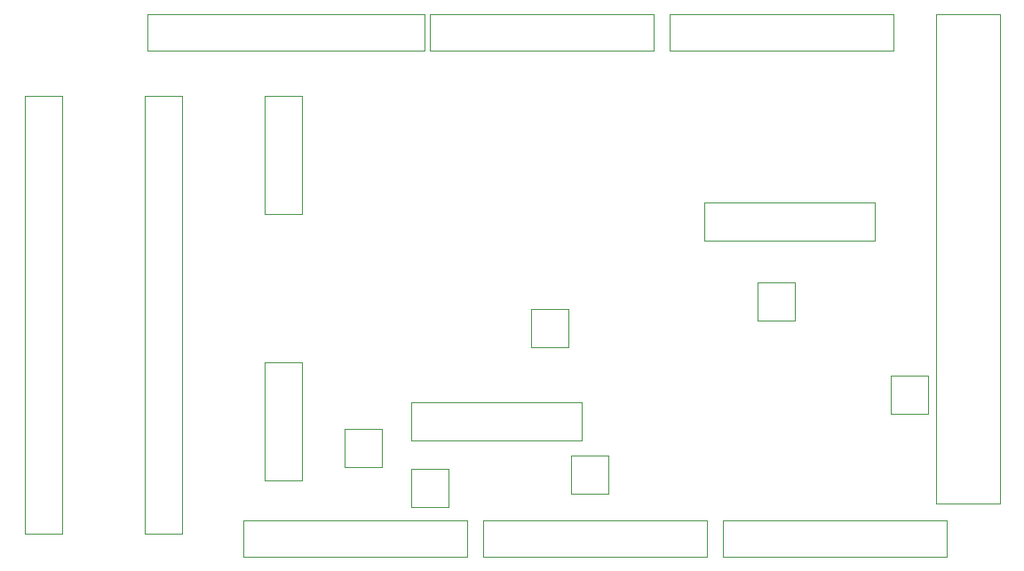
<source format=gbr>
%TF.GenerationSoftware,KiCad,Pcbnew,(5.1.9)-1*%
%TF.CreationDate,2021-01-26T09:39:54-05:00*%
%TF.ProjectId,PCB,5043422e-6b69-4636-9164-5f7063625858,rev?*%
%TF.SameCoordinates,Original*%
%TF.FileFunction,Other,User*%
%FSLAX46Y46*%
G04 Gerber Fmt 4.6, Leading zero omitted, Abs format (unit mm)*
G04 Created by KiCad (PCBNEW (5.1.9)-1) date 2021-01-26 09:39:54*
%MOMM*%
%LPD*%
G01*
G04 APERTURE LIST*
%ADD10C,0.050000*%
G04 APERTURE END LIST*
D10*
%TO.C,J12*%
X139170000Y-108690000D02*
X139170000Y-112290000D01*
X139170000Y-112290000D02*
X142770000Y-112290000D01*
X142770000Y-112290000D02*
X142770000Y-108690000D01*
X142770000Y-108690000D02*
X139170000Y-108690000D01*
%TO.C,J11*%
X160760000Y-111230000D02*
X160760000Y-114830000D01*
X160760000Y-114830000D02*
X164360000Y-114830000D01*
X164360000Y-114830000D02*
X164360000Y-111230000D01*
X164360000Y-111230000D02*
X160760000Y-111230000D01*
%TO.C,J10*%
X156950000Y-97260000D02*
X156950000Y-100860000D01*
X156950000Y-100860000D02*
X160550000Y-100860000D01*
X160550000Y-100860000D02*
X160550000Y-97260000D01*
X160550000Y-97260000D02*
X156950000Y-97260000D01*
%TO.C,J9*%
X145520000Y-112500000D02*
X145520000Y-116100000D01*
X145520000Y-116100000D02*
X149120000Y-116100000D01*
X149120000Y-116100000D02*
X149120000Y-112500000D01*
X149120000Y-112500000D02*
X145520000Y-112500000D01*
%TO.C,J8*%
X191240000Y-103610000D02*
X191240000Y-107210000D01*
X191240000Y-107210000D02*
X194840000Y-107210000D01*
X194840000Y-107210000D02*
X194840000Y-103610000D01*
X194840000Y-103610000D02*
X191240000Y-103610000D01*
%TO.C,J7*%
X178540000Y-94720000D02*
X178540000Y-98320000D01*
X178540000Y-98320000D02*
X182140000Y-98320000D01*
X182140000Y-98320000D02*
X182140000Y-94720000D01*
X182140000Y-94720000D02*
X178540000Y-94720000D01*
%TO.C,P1*%
X195608000Y-115796000D02*
X201658000Y-115796000D01*
X195608000Y-69096000D02*
X201658000Y-69096000D01*
X195608000Y-115796000D02*
X195608000Y-69096000D01*
X201658000Y-115796000D02*
X201658000Y-69096000D01*
%TO.C,J6*%
X131550000Y-102340000D02*
X131550000Y-113540000D01*
X131550000Y-113540000D02*
X135150000Y-113540000D01*
X135150000Y-113540000D02*
X135150000Y-102340000D01*
X135150000Y-102340000D02*
X131550000Y-102340000D01*
%TO.C,J5*%
X120120000Y-76940000D02*
X120120000Y-118640000D01*
X120120000Y-118640000D02*
X123720000Y-118640000D01*
X123720000Y-118640000D02*
X123720000Y-76940000D01*
X123720000Y-76940000D02*
X120120000Y-76940000D01*
%TO.C,J4*%
X108690000Y-76940000D02*
X108690000Y-118640000D01*
X108690000Y-118640000D02*
X112290000Y-118640000D01*
X112290000Y-118640000D02*
X112290000Y-76940000D01*
X112290000Y-76940000D02*
X108690000Y-76940000D01*
%TO.C,J3*%
X131550000Y-76940000D02*
X131550000Y-88140000D01*
X131550000Y-88140000D02*
X135150000Y-88140000D01*
X135150000Y-88140000D02*
X135150000Y-76940000D01*
X135150000Y-76940000D02*
X131550000Y-76940000D01*
%TO.C,J2*%
X145520000Y-109750000D02*
X161820000Y-109750000D01*
X161820000Y-109750000D02*
X161820000Y-106150000D01*
X161820000Y-106150000D02*
X145520000Y-106150000D01*
X145520000Y-106150000D02*
X145520000Y-109750000D01*
%TO.C,J1*%
X173460000Y-90700000D02*
X189760000Y-90700000D01*
X189760000Y-90700000D02*
X189760000Y-87100000D01*
X189760000Y-87100000D02*
X173460000Y-87100000D01*
X173460000Y-87100000D02*
X173460000Y-90700000D01*
%TO.C,P2*%
X129568000Y-117376000D02*
X129568000Y-120876000D01*
X150868000Y-117376000D02*
X150868000Y-120876000D01*
X129568000Y-117376000D02*
X150868000Y-117376000D01*
X129568000Y-120876000D02*
X150868000Y-120876000D01*
%TO.C,P3*%
X152428000Y-117376000D02*
X152428000Y-120876000D01*
X173728000Y-117376000D02*
X173728000Y-120876000D01*
X152428000Y-117376000D02*
X173728000Y-117376000D01*
X152428000Y-120876000D02*
X173728000Y-120876000D01*
%TO.C,P4*%
X175288000Y-117376000D02*
X175288000Y-120876000D01*
X196588000Y-117376000D02*
X196588000Y-120876000D01*
X175288000Y-117376000D02*
X196588000Y-117376000D01*
X175288000Y-120876000D02*
X196588000Y-120876000D01*
%TO.C,P5*%
X120424000Y-69116000D02*
X120424000Y-72616000D01*
X146824000Y-69116000D02*
X146824000Y-72616000D01*
X120424000Y-69116000D02*
X146824000Y-69116000D01*
X120424000Y-72616000D02*
X146824000Y-72616000D01*
%TO.C,P6*%
X147348000Y-69116000D02*
X147348000Y-72616000D01*
X168648000Y-69116000D02*
X168648000Y-72616000D01*
X147348000Y-69116000D02*
X168648000Y-69116000D01*
X147348000Y-72616000D02*
X168648000Y-72616000D01*
%TO.C,P7*%
X170208000Y-69116000D02*
X170208000Y-72616000D01*
X191508000Y-69116000D02*
X191508000Y-72616000D01*
X170208000Y-69116000D02*
X191508000Y-69116000D01*
X170208000Y-72616000D02*
X191508000Y-72616000D01*
%TD*%
M02*

</source>
